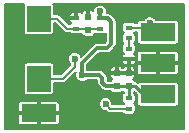
<source format=gbl>
G04 #@! TF.FileFunction,Copper,L2,Bot,Mixed*
%FSLAX46Y46*%
G04 Gerber Fmt 4.6, Leading zero omitted, Abs format (unit mm)*
G04 Created by KiCad (PCBNEW 4.0.6-e0-6349~53~ubuntu16.04.1) date Wed Apr 19 22:32:26 2017*
%MOMM*%
%LPD*%
G01*
G04 APERTURE LIST*
%ADD10C,0.100000*%
%ADD11R,2.000000X2.200000*%
%ADD12R,3.000000X1.500000*%
%ADD13R,0.500000X0.600000*%
%ADD14R,0.600000X0.400000*%
%ADD15C,0.600000*%
%ADD16C,0.203200*%
%ADD17C,0.304800*%
%ADD18C,0.254000*%
%ADD19C,0.152400*%
G04 APERTURE END LIST*
D10*
D11*
X128270000Y-122801000D03*
X128270000Y-117721000D03*
D12*
X138348500Y-124119000D03*
X138366500Y-121467500D03*
X128270000Y-125722000D03*
X138348500Y-118869000D03*
D13*
X132461000Y-118660000D03*
X132461000Y-117560000D03*
X135890000Y-122314500D03*
X135890000Y-123414500D03*
X134874000Y-122314500D03*
X134874000Y-123414500D03*
D14*
X133477000Y-117660000D03*
X133477000Y-118560000D03*
X131445000Y-118560000D03*
X131445000Y-117660000D03*
X135890000Y-124446500D03*
X135890000Y-125346500D03*
X135890000Y-119377500D03*
X135890000Y-118477500D03*
X135890000Y-121155500D03*
X135890000Y-120255500D03*
D15*
X125984000Y-125730000D03*
X139446000Y-117348000D03*
X133794500Y-121793000D03*
X131318000Y-121094500D03*
X133475000Y-117100000D03*
X131953000Y-122491500D03*
X133934200Y-124942600D03*
X137668000Y-118110000D03*
D16*
X131445000Y-118560000D02*
X130688500Y-118560000D01*
X129849500Y-117721000D02*
X128270000Y-117721000D01*
X130688500Y-118560000D02*
X129849500Y-117721000D01*
X131445000Y-118560000D02*
X132361000Y-118560000D01*
X132361000Y-118560000D02*
X132461000Y-118660000D01*
X133477000Y-118560000D02*
X132561000Y-118560000D01*
X132561000Y-118560000D02*
X132461000Y-118660000D01*
D17*
X125992000Y-125722000D02*
X125984000Y-125730000D01*
X128270000Y-125722000D02*
X125992000Y-125722000D01*
X135890000Y-121155500D02*
X135379500Y-121155500D01*
X135382000Y-117348000D02*
X139446000Y-117348000D01*
X135128000Y-117602000D02*
X135382000Y-117348000D01*
X135128000Y-120904000D02*
X135128000Y-117602000D01*
X135379500Y-121155500D02*
X135128000Y-120904000D01*
D16*
X128270000Y-122801000D02*
X130310000Y-122801000D01*
X131318000Y-121793000D02*
X131318000Y-121094500D01*
X130310000Y-122801000D02*
X131318000Y-121793000D01*
D17*
X133477000Y-117660000D02*
X133477000Y-117102000D01*
X133477000Y-117102000D02*
X133475000Y-117100000D01*
X131953000Y-122491500D02*
X131953000Y-121475500D01*
X134106500Y-117660000D02*
X133477000Y-117660000D01*
X134429500Y-117983000D02*
X134106500Y-117660000D01*
X134429500Y-119824500D02*
X134429500Y-117983000D01*
X134048500Y-120205500D02*
X134429500Y-119824500D01*
X133223000Y-120205500D02*
X134048500Y-120205500D01*
X131953000Y-121475500D02*
X133223000Y-120205500D01*
X134874000Y-123414500D02*
X133955500Y-123414500D01*
X133413500Y-122491500D02*
X133350000Y-122491500D01*
X133350000Y-122491500D02*
X131953000Y-122491500D01*
X133667500Y-122745500D02*
X133413500Y-122491500D01*
X133667500Y-123126500D02*
X133667500Y-122745500D01*
X133955500Y-123414500D02*
X133667500Y-123126500D01*
D18*
X135890000Y-123414500D02*
X135890000Y-124446500D01*
X135890000Y-123414500D02*
X134874000Y-123414500D01*
X138348500Y-124119000D02*
X137136500Y-124119000D01*
X137136500Y-124119000D02*
X136432000Y-123414500D01*
X136432000Y-123414500D02*
X135890000Y-123414500D01*
D16*
X135890000Y-125346500D02*
X134338100Y-125346500D01*
X134338100Y-125346500D02*
X133934200Y-124942600D01*
X137668000Y-118110000D02*
X138348500Y-118790500D01*
X138348500Y-118790500D02*
X138348500Y-118869000D01*
X135890000Y-118477500D02*
X137957000Y-118477500D01*
X137957000Y-118477500D02*
X138348500Y-118869000D01*
X135890000Y-119377500D02*
X135890000Y-120255500D01*
D19*
G36*
X127007571Y-116510168D02*
X126985127Y-116621000D01*
X126985127Y-118821000D01*
X127004609Y-118924539D01*
X127065801Y-119019634D01*
X127159168Y-119083429D01*
X127270000Y-119105873D01*
X129270000Y-119105873D01*
X129373539Y-119086391D01*
X129468634Y-119025199D01*
X129532429Y-118931832D01*
X129554873Y-118821000D01*
X129554873Y-118102000D01*
X129691684Y-118102000D01*
X130419092Y-118829408D01*
X130542697Y-118911998D01*
X130688500Y-118941000D01*
X130929454Y-118941000D01*
X130940801Y-118958634D01*
X131034168Y-119022429D01*
X131145000Y-119044873D01*
X131745000Y-119044873D01*
X131848539Y-119025391D01*
X131928723Y-118973794D01*
X131945609Y-119063539D01*
X132006801Y-119158634D01*
X132100168Y-119222429D01*
X132211000Y-119244873D01*
X132711000Y-119244873D01*
X132814539Y-119225391D01*
X132909634Y-119164199D01*
X132973429Y-119070832D01*
X132993312Y-118972648D01*
X133066168Y-119022429D01*
X133177000Y-119044873D01*
X133777000Y-119044873D01*
X133880539Y-119025391D01*
X133975634Y-118964199D01*
X133997700Y-118931904D01*
X133997700Y-119645643D01*
X133869642Y-119773700D01*
X133223000Y-119773700D01*
X133057757Y-119806569D01*
X132917671Y-119900171D01*
X131880129Y-120937713D01*
X131809478Y-120766725D01*
X131646632Y-120603595D01*
X131433755Y-120515201D01*
X131203256Y-120515000D01*
X130990225Y-120603022D01*
X130827095Y-120765868D01*
X130738701Y-120978745D01*
X130738500Y-121209244D01*
X130826522Y-121422275D01*
X130937000Y-121532946D01*
X130937000Y-121635185D01*
X130152184Y-122420000D01*
X129554873Y-122420000D01*
X129554873Y-121701000D01*
X129535391Y-121597461D01*
X129474199Y-121502366D01*
X129380832Y-121438571D01*
X129270000Y-121416127D01*
X127270000Y-121416127D01*
X127166461Y-121435609D01*
X127071366Y-121496801D01*
X127007571Y-121590168D01*
X126985127Y-121701000D01*
X126985127Y-123901000D01*
X127004609Y-124004539D01*
X127065801Y-124099634D01*
X127159168Y-124163429D01*
X127270000Y-124185873D01*
X129270000Y-124185873D01*
X129373539Y-124166391D01*
X129468634Y-124105199D01*
X129532429Y-124011832D01*
X129554873Y-123901000D01*
X129554873Y-123182000D01*
X130310000Y-123182000D01*
X130455803Y-123152998D01*
X130579408Y-123070408D01*
X131444448Y-122205367D01*
X131373701Y-122375745D01*
X131373500Y-122606244D01*
X131461522Y-122819275D01*
X131624368Y-122982405D01*
X131837245Y-123070799D01*
X132067744Y-123071000D01*
X132280775Y-122982978D01*
X132340557Y-122923300D01*
X133234642Y-122923300D01*
X133235700Y-122924358D01*
X133235700Y-123126500D01*
X133268569Y-123291743D01*
X133350592Y-123414500D01*
X133362171Y-123431829D01*
X133650169Y-123719826D01*
X133650171Y-123719829D01*
X133685650Y-123743535D01*
X133790258Y-123813432D01*
X133955500Y-123846301D01*
X133955505Y-123846300D01*
X134376794Y-123846300D01*
X134419801Y-123913134D01*
X134513168Y-123976929D01*
X134624000Y-123999373D01*
X135124000Y-123999373D01*
X135227539Y-123979891D01*
X135322634Y-123918699D01*
X135382759Y-123830704D01*
X135435801Y-123913134D01*
X135483600Y-123945794D01*
X135483600Y-123982950D01*
X135391366Y-124042301D01*
X135327571Y-124135668D01*
X135305127Y-124246500D01*
X135305127Y-124646500D01*
X135324609Y-124750039D01*
X135385801Y-124845134D01*
X135461737Y-124897019D01*
X135391366Y-124942301D01*
X135375515Y-124965500D01*
X134513580Y-124965500D01*
X134513700Y-124827856D01*
X134425678Y-124614825D01*
X134262832Y-124451695D01*
X134049955Y-124363301D01*
X133819456Y-124363100D01*
X133606425Y-124451122D01*
X133443295Y-124613968D01*
X133354901Y-124826845D01*
X133354700Y-125057344D01*
X133442722Y-125270375D01*
X133605568Y-125433505D01*
X133818445Y-125521899D01*
X133974819Y-125522035D01*
X134068692Y-125615908D01*
X134192298Y-125698498D01*
X134338100Y-125727501D01*
X134338105Y-125727500D01*
X135374454Y-125727500D01*
X135385801Y-125745134D01*
X135479168Y-125808929D01*
X135590000Y-125831373D01*
X136190000Y-125831373D01*
X136293539Y-125811891D01*
X136388634Y-125750699D01*
X136452429Y-125657332D01*
X136474873Y-125546500D01*
X136474873Y-125146500D01*
X136455391Y-125042961D01*
X136394199Y-124947866D01*
X136318263Y-124895981D01*
X136388634Y-124850699D01*
X136452429Y-124757332D01*
X136474873Y-124646500D01*
X136474873Y-124246500D01*
X136455391Y-124142961D01*
X136394199Y-124047866D01*
X136300832Y-123984071D01*
X136296400Y-123983173D01*
X136296400Y-123945876D01*
X136338634Y-123918699D01*
X136347901Y-123905137D01*
X136563627Y-124120864D01*
X136563627Y-124869000D01*
X136583109Y-124972539D01*
X136644301Y-125067634D01*
X136737668Y-125131429D01*
X136848500Y-125153873D01*
X139848500Y-125153873D01*
X139952039Y-125134391D01*
X140047134Y-125073199D01*
X140110929Y-124979832D01*
X140133373Y-124869000D01*
X140133373Y-123369000D01*
X140113891Y-123265461D01*
X140052699Y-123170366D01*
X139959332Y-123106571D01*
X139848500Y-123084127D01*
X136848500Y-123084127D01*
X136744961Y-123103609D01*
X136713990Y-123123538D01*
X136692488Y-123109171D01*
X136587523Y-123039035D01*
X136432000Y-123008100D01*
X136403550Y-123008100D01*
X136344199Y-122915866D01*
X136268091Y-122863863D01*
X136298267Y-122851364D01*
X136376864Y-122772767D01*
X136419400Y-122670076D01*
X136419400Y-122460550D01*
X136349550Y-122390700D01*
X135966200Y-122390700D01*
X135966200Y-122410700D01*
X135813800Y-122410700D01*
X135813800Y-122390700D01*
X135430450Y-122390700D01*
X135382000Y-122439150D01*
X135333550Y-122390700D01*
X134950200Y-122390700D01*
X134950200Y-122410700D01*
X134797800Y-122410700D01*
X134797800Y-122390700D01*
X134414450Y-122390700D01*
X134344600Y-122460550D01*
X134344600Y-122670076D01*
X134387136Y-122772767D01*
X134465733Y-122851364D01*
X134496897Y-122864272D01*
X134425366Y-122910301D01*
X134375898Y-122982700D01*
X134134357Y-122982700D01*
X134099300Y-122947642D01*
X134099300Y-122745500D01*
X134066431Y-122580257D01*
X133972829Y-122440171D01*
X133718829Y-122186171D01*
X133700614Y-122174000D01*
X133578743Y-122092569D01*
X133413500Y-122059700D01*
X132384800Y-122059700D01*
X132384800Y-121958924D01*
X134344600Y-121958924D01*
X134344600Y-122168450D01*
X134414450Y-122238300D01*
X134797800Y-122238300D01*
X134797800Y-121804950D01*
X134950200Y-121804950D01*
X134950200Y-122238300D01*
X135333550Y-122238300D01*
X135382000Y-122189850D01*
X135430450Y-122238300D01*
X135813800Y-122238300D01*
X135813800Y-121804950D01*
X135966200Y-121804950D01*
X135966200Y-122238300D01*
X136349550Y-122238300D01*
X136419400Y-122168450D01*
X136419400Y-121958924D01*
X136376864Y-121856233D01*
X136298267Y-121777636D01*
X136195576Y-121735100D01*
X136036050Y-121735100D01*
X135966200Y-121804950D01*
X135813800Y-121804950D01*
X135743950Y-121735100D01*
X135584424Y-121735100D01*
X135481733Y-121777636D01*
X135403136Y-121856233D01*
X135382000Y-121907260D01*
X135360864Y-121856233D01*
X135282267Y-121777636D01*
X135179576Y-121735100D01*
X135020050Y-121735100D01*
X134950200Y-121804950D01*
X134797800Y-121804950D01*
X134727950Y-121735100D01*
X134568424Y-121735100D01*
X134465733Y-121777636D01*
X134387136Y-121856233D01*
X134344600Y-121958924D01*
X132384800Y-121958924D01*
X132384800Y-121654358D01*
X132737608Y-121301550D01*
X135310600Y-121301550D01*
X135310600Y-121411076D01*
X135353136Y-121513767D01*
X135431733Y-121592364D01*
X135534424Y-121634900D01*
X135743950Y-121634900D01*
X135813800Y-121565050D01*
X135813800Y-121231700D01*
X135966200Y-121231700D01*
X135966200Y-121565050D01*
X136036050Y-121634900D01*
X136245576Y-121634900D01*
X136297119Y-121613550D01*
X136587100Y-121613550D01*
X136587100Y-122273076D01*
X136629636Y-122375767D01*
X136708233Y-122454364D01*
X136810924Y-122496900D01*
X138220450Y-122496900D01*
X138290300Y-122427050D01*
X138290300Y-121543700D01*
X138442700Y-121543700D01*
X138442700Y-122427050D01*
X138512550Y-122496900D01*
X139922076Y-122496900D01*
X140024767Y-122454364D01*
X140103364Y-122375767D01*
X140145900Y-122273076D01*
X140145900Y-121613550D01*
X140076050Y-121543700D01*
X138442700Y-121543700D01*
X138290300Y-121543700D01*
X136656950Y-121543700D01*
X136587100Y-121613550D01*
X136297119Y-121613550D01*
X136348267Y-121592364D01*
X136426864Y-121513767D01*
X136469400Y-121411076D01*
X136469400Y-121301550D01*
X136399550Y-121231700D01*
X135966200Y-121231700D01*
X135813800Y-121231700D01*
X135380450Y-121231700D01*
X135310600Y-121301550D01*
X132737608Y-121301550D01*
X133401858Y-120637300D01*
X134048500Y-120637300D01*
X134213743Y-120604431D01*
X134353829Y-120510829D01*
X134734826Y-120129831D01*
X134734829Y-120129829D01*
X134828431Y-119989743D01*
X134861300Y-119824500D01*
X134861300Y-118277500D01*
X135305127Y-118277500D01*
X135305127Y-118677500D01*
X135324609Y-118781039D01*
X135385801Y-118876134D01*
X135461737Y-118928019D01*
X135391366Y-118973301D01*
X135327571Y-119066668D01*
X135305127Y-119177500D01*
X135305127Y-119577500D01*
X135324609Y-119681039D01*
X135385801Y-119776134D01*
X135445155Y-119816689D01*
X135391366Y-119851301D01*
X135327571Y-119944668D01*
X135305127Y-120055500D01*
X135305127Y-120455500D01*
X135324609Y-120559039D01*
X135385801Y-120654134D01*
X135461909Y-120706137D01*
X135431733Y-120718636D01*
X135353136Y-120797233D01*
X135310600Y-120899924D01*
X135310600Y-121009450D01*
X135380450Y-121079300D01*
X135813800Y-121079300D01*
X135813800Y-121059300D01*
X135966200Y-121059300D01*
X135966200Y-121079300D01*
X136399550Y-121079300D01*
X136469400Y-121009450D01*
X136469400Y-120899924D01*
X136426864Y-120797233D01*
X136348267Y-120718636D01*
X136317103Y-120705728D01*
X136385176Y-120661924D01*
X136587100Y-120661924D01*
X136587100Y-121321450D01*
X136656950Y-121391300D01*
X138290300Y-121391300D01*
X138290300Y-120507950D01*
X138442700Y-120507950D01*
X138442700Y-121391300D01*
X140076050Y-121391300D01*
X140145900Y-121321450D01*
X140145900Y-120661924D01*
X140103364Y-120559233D01*
X140024767Y-120480636D01*
X139922076Y-120438100D01*
X138512550Y-120438100D01*
X138442700Y-120507950D01*
X138290300Y-120507950D01*
X138220450Y-120438100D01*
X136810924Y-120438100D01*
X136708233Y-120480636D01*
X136629636Y-120559233D01*
X136587100Y-120661924D01*
X136385176Y-120661924D01*
X136388634Y-120659699D01*
X136452429Y-120566332D01*
X136474873Y-120455500D01*
X136474873Y-120055500D01*
X136455391Y-119951961D01*
X136394199Y-119856866D01*
X136334845Y-119816311D01*
X136388634Y-119781699D01*
X136452429Y-119688332D01*
X136474873Y-119577500D01*
X136474873Y-119177500D01*
X136455391Y-119073961D01*
X136394199Y-118978866D01*
X136318263Y-118926981D01*
X136388634Y-118881699D01*
X136404485Y-118858500D01*
X136563627Y-118858500D01*
X136563627Y-119619000D01*
X136583109Y-119722539D01*
X136644301Y-119817634D01*
X136737668Y-119881429D01*
X136848500Y-119903873D01*
X139848500Y-119903873D01*
X139952039Y-119884391D01*
X140047134Y-119823199D01*
X140110929Y-119729832D01*
X140133373Y-119619000D01*
X140133373Y-118119000D01*
X140113891Y-118015461D01*
X140052699Y-117920366D01*
X139959332Y-117856571D01*
X139848500Y-117834127D01*
X138180923Y-117834127D01*
X138159478Y-117782225D01*
X137996632Y-117619095D01*
X137783755Y-117530701D01*
X137553256Y-117530500D01*
X137340225Y-117618522D01*
X137177095Y-117781368D01*
X137155188Y-117834127D01*
X136848500Y-117834127D01*
X136744961Y-117853609D01*
X136649866Y-117914801D01*
X136586071Y-118008168D01*
X136568183Y-118096500D01*
X136405546Y-118096500D01*
X136394199Y-118078866D01*
X136300832Y-118015071D01*
X136190000Y-117992627D01*
X135590000Y-117992627D01*
X135486461Y-118012109D01*
X135391366Y-118073301D01*
X135327571Y-118166668D01*
X135305127Y-118277500D01*
X134861300Y-118277500D01*
X134861300Y-117983000D01*
X134828431Y-117817757D01*
X134734829Y-117677671D01*
X134411829Y-117354671D01*
X134332601Y-117301733D01*
X134271743Y-117261069D01*
X134106500Y-117228200D01*
X134049131Y-117228200D01*
X134054299Y-117215755D01*
X134054500Y-116985256D01*
X133966478Y-116772225D01*
X133803632Y-116609095D01*
X133590755Y-116520701D01*
X133360256Y-116520500D01*
X133147225Y-116608522D01*
X132984095Y-116771368D01*
X132895701Y-116984245D01*
X132895644Y-117049513D01*
X132869267Y-117023136D01*
X132766576Y-116980600D01*
X132607050Y-116980600D01*
X132537200Y-117050450D01*
X132537200Y-117483800D01*
X132557200Y-117483800D01*
X132557200Y-117636200D01*
X132537200Y-117636200D01*
X132537200Y-117656200D01*
X132384800Y-117656200D01*
X132384800Y-117636200D01*
X132364800Y-117636200D01*
X132364800Y-117483800D01*
X132384800Y-117483800D01*
X132384800Y-117050450D01*
X132314950Y-116980600D01*
X132155424Y-116980600D01*
X132052733Y-117023136D01*
X131974136Y-117101733D01*
X131931600Y-117204424D01*
X131931600Y-117251469D01*
X131903267Y-117223136D01*
X131800576Y-117180600D01*
X131591050Y-117180600D01*
X131521200Y-117250450D01*
X131521200Y-117583800D01*
X131541200Y-117583800D01*
X131541200Y-117736200D01*
X131521200Y-117736200D01*
X131521200Y-117756200D01*
X131368800Y-117756200D01*
X131368800Y-117736200D01*
X130935450Y-117736200D01*
X130865600Y-117806050D01*
X130865600Y-117915576D01*
X130908136Y-118018267D01*
X130986733Y-118096864D01*
X131017897Y-118109772D01*
X130946366Y-118155801D01*
X130930515Y-118179000D01*
X130846316Y-118179000D01*
X130118908Y-117451592D01*
X130048316Y-117404424D01*
X130865600Y-117404424D01*
X130865600Y-117513950D01*
X130935450Y-117583800D01*
X131368800Y-117583800D01*
X131368800Y-117250450D01*
X131298950Y-117180600D01*
X131089424Y-117180600D01*
X130986733Y-117223136D01*
X130908136Y-117301733D01*
X130865600Y-117404424D01*
X130048316Y-117404424D01*
X129995303Y-117369002D01*
X129849500Y-117340000D01*
X129554873Y-117340000D01*
X129554873Y-116621000D01*
X129535391Y-116517461D01*
X129492753Y-116451200D01*
X140548800Y-116451200D01*
X140548800Y-127048800D01*
X125451200Y-127048800D01*
X125451200Y-125868050D01*
X126490600Y-125868050D01*
X126490600Y-126527576D01*
X126533136Y-126630267D01*
X126611733Y-126708864D01*
X126714424Y-126751400D01*
X128123950Y-126751400D01*
X128193800Y-126681550D01*
X128193800Y-125798200D01*
X128346200Y-125798200D01*
X128346200Y-126681550D01*
X128416050Y-126751400D01*
X129825576Y-126751400D01*
X129928267Y-126708864D01*
X130006864Y-126630267D01*
X130049400Y-126527576D01*
X130049400Y-125868050D01*
X129979550Y-125798200D01*
X128346200Y-125798200D01*
X128193800Y-125798200D01*
X126560450Y-125798200D01*
X126490600Y-125868050D01*
X125451200Y-125868050D01*
X125451200Y-124916424D01*
X126490600Y-124916424D01*
X126490600Y-125575950D01*
X126560450Y-125645800D01*
X128193800Y-125645800D01*
X128193800Y-124762450D01*
X128346200Y-124762450D01*
X128346200Y-125645800D01*
X129979550Y-125645800D01*
X130049400Y-125575950D01*
X130049400Y-124916424D01*
X130006864Y-124813733D01*
X129928267Y-124735136D01*
X129825576Y-124692600D01*
X128416050Y-124692600D01*
X128346200Y-124762450D01*
X128193800Y-124762450D01*
X128123950Y-124692600D01*
X126714424Y-124692600D01*
X126611733Y-124735136D01*
X126533136Y-124813733D01*
X126490600Y-124916424D01*
X125451200Y-124916424D01*
X125451200Y-116451200D01*
X127047862Y-116451200D01*
X127007571Y-116510168D01*
X127007571Y-116510168D01*
G37*
X127007571Y-116510168D02*
X126985127Y-116621000D01*
X126985127Y-118821000D01*
X127004609Y-118924539D01*
X127065801Y-119019634D01*
X127159168Y-119083429D01*
X127270000Y-119105873D01*
X129270000Y-119105873D01*
X129373539Y-119086391D01*
X129468634Y-119025199D01*
X129532429Y-118931832D01*
X129554873Y-118821000D01*
X129554873Y-118102000D01*
X129691684Y-118102000D01*
X130419092Y-118829408D01*
X130542697Y-118911998D01*
X130688500Y-118941000D01*
X130929454Y-118941000D01*
X130940801Y-118958634D01*
X131034168Y-119022429D01*
X131145000Y-119044873D01*
X131745000Y-119044873D01*
X131848539Y-119025391D01*
X131928723Y-118973794D01*
X131945609Y-119063539D01*
X132006801Y-119158634D01*
X132100168Y-119222429D01*
X132211000Y-119244873D01*
X132711000Y-119244873D01*
X132814539Y-119225391D01*
X132909634Y-119164199D01*
X132973429Y-119070832D01*
X132993312Y-118972648D01*
X133066168Y-119022429D01*
X133177000Y-119044873D01*
X133777000Y-119044873D01*
X133880539Y-119025391D01*
X133975634Y-118964199D01*
X133997700Y-118931904D01*
X133997700Y-119645643D01*
X133869642Y-119773700D01*
X133223000Y-119773700D01*
X133057757Y-119806569D01*
X132917671Y-119900171D01*
X131880129Y-120937713D01*
X131809478Y-120766725D01*
X131646632Y-120603595D01*
X131433755Y-120515201D01*
X131203256Y-120515000D01*
X130990225Y-120603022D01*
X130827095Y-120765868D01*
X130738701Y-120978745D01*
X130738500Y-121209244D01*
X130826522Y-121422275D01*
X130937000Y-121532946D01*
X130937000Y-121635185D01*
X130152184Y-122420000D01*
X129554873Y-122420000D01*
X129554873Y-121701000D01*
X129535391Y-121597461D01*
X129474199Y-121502366D01*
X129380832Y-121438571D01*
X129270000Y-121416127D01*
X127270000Y-121416127D01*
X127166461Y-121435609D01*
X127071366Y-121496801D01*
X127007571Y-121590168D01*
X126985127Y-121701000D01*
X126985127Y-123901000D01*
X127004609Y-124004539D01*
X127065801Y-124099634D01*
X127159168Y-124163429D01*
X127270000Y-124185873D01*
X129270000Y-124185873D01*
X129373539Y-124166391D01*
X129468634Y-124105199D01*
X129532429Y-124011832D01*
X129554873Y-123901000D01*
X129554873Y-123182000D01*
X130310000Y-123182000D01*
X130455803Y-123152998D01*
X130579408Y-123070408D01*
X131444448Y-122205367D01*
X131373701Y-122375745D01*
X131373500Y-122606244D01*
X131461522Y-122819275D01*
X131624368Y-122982405D01*
X131837245Y-123070799D01*
X132067744Y-123071000D01*
X132280775Y-122982978D01*
X132340557Y-122923300D01*
X133234642Y-122923300D01*
X133235700Y-122924358D01*
X133235700Y-123126500D01*
X133268569Y-123291743D01*
X133350592Y-123414500D01*
X133362171Y-123431829D01*
X133650169Y-123719826D01*
X133650171Y-123719829D01*
X133685650Y-123743535D01*
X133790258Y-123813432D01*
X133955500Y-123846301D01*
X133955505Y-123846300D01*
X134376794Y-123846300D01*
X134419801Y-123913134D01*
X134513168Y-123976929D01*
X134624000Y-123999373D01*
X135124000Y-123999373D01*
X135227539Y-123979891D01*
X135322634Y-123918699D01*
X135382759Y-123830704D01*
X135435801Y-123913134D01*
X135483600Y-123945794D01*
X135483600Y-123982950D01*
X135391366Y-124042301D01*
X135327571Y-124135668D01*
X135305127Y-124246500D01*
X135305127Y-124646500D01*
X135324609Y-124750039D01*
X135385801Y-124845134D01*
X135461737Y-124897019D01*
X135391366Y-124942301D01*
X135375515Y-124965500D01*
X134513580Y-124965500D01*
X134513700Y-124827856D01*
X134425678Y-124614825D01*
X134262832Y-124451695D01*
X134049955Y-124363301D01*
X133819456Y-124363100D01*
X133606425Y-124451122D01*
X133443295Y-124613968D01*
X133354901Y-124826845D01*
X133354700Y-125057344D01*
X133442722Y-125270375D01*
X133605568Y-125433505D01*
X133818445Y-125521899D01*
X133974819Y-125522035D01*
X134068692Y-125615908D01*
X134192298Y-125698498D01*
X134338100Y-125727501D01*
X134338105Y-125727500D01*
X135374454Y-125727500D01*
X135385801Y-125745134D01*
X135479168Y-125808929D01*
X135590000Y-125831373D01*
X136190000Y-125831373D01*
X136293539Y-125811891D01*
X136388634Y-125750699D01*
X136452429Y-125657332D01*
X136474873Y-125546500D01*
X136474873Y-125146500D01*
X136455391Y-125042961D01*
X136394199Y-124947866D01*
X136318263Y-124895981D01*
X136388634Y-124850699D01*
X136452429Y-124757332D01*
X136474873Y-124646500D01*
X136474873Y-124246500D01*
X136455391Y-124142961D01*
X136394199Y-124047866D01*
X136300832Y-123984071D01*
X136296400Y-123983173D01*
X136296400Y-123945876D01*
X136338634Y-123918699D01*
X136347901Y-123905137D01*
X136563627Y-124120864D01*
X136563627Y-124869000D01*
X136583109Y-124972539D01*
X136644301Y-125067634D01*
X136737668Y-125131429D01*
X136848500Y-125153873D01*
X139848500Y-125153873D01*
X139952039Y-125134391D01*
X140047134Y-125073199D01*
X140110929Y-124979832D01*
X140133373Y-124869000D01*
X140133373Y-123369000D01*
X140113891Y-123265461D01*
X140052699Y-123170366D01*
X139959332Y-123106571D01*
X139848500Y-123084127D01*
X136848500Y-123084127D01*
X136744961Y-123103609D01*
X136713990Y-123123538D01*
X136692488Y-123109171D01*
X136587523Y-123039035D01*
X136432000Y-123008100D01*
X136403550Y-123008100D01*
X136344199Y-122915866D01*
X136268091Y-122863863D01*
X136298267Y-122851364D01*
X136376864Y-122772767D01*
X136419400Y-122670076D01*
X136419400Y-122460550D01*
X136349550Y-122390700D01*
X135966200Y-122390700D01*
X135966200Y-122410700D01*
X135813800Y-122410700D01*
X135813800Y-122390700D01*
X135430450Y-122390700D01*
X135382000Y-122439150D01*
X135333550Y-122390700D01*
X134950200Y-122390700D01*
X134950200Y-122410700D01*
X134797800Y-122410700D01*
X134797800Y-122390700D01*
X134414450Y-122390700D01*
X134344600Y-122460550D01*
X134344600Y-122670076D01*
X134387136Y-122772767D01*
X134465733Y-122851364D01*
X134496897Y-122864272D01*
X134425366Y-122910301D01*
X134375898Y-122982700D01*
X134134357Y-122982700D01*
X134099300Y-122947642D01*
X134099300Y-122745500D01*
X134066431Y-122580257D01*
X133972829Y-122440171D01*
X133718829Y-122186171D01*
X133700614Y-122174000D01*
X133578743Y-122092569D01*
X133413500Y-122059700D01*
X132384800Y-122059700D01*
X132384800Y-121958924D01*
X134344600Y-121958924D01*
X134344600Y-122168450D01*
X134414450Y-122238300D01*
X134797800Y-122238300D01*
X134797800Y-121804950D01*
X134950200Y-121804950D01*
X134950200Y-122238300D01*
X135333550Y-122238300D01*
X135382000Y-122189850D01*
X135430450Y-122238300D01*
X135813800Y-122238300D01*
X135813800Y-121804950D01*
X135966200Y-121804950D01*
X135966200Y-122238300D01*
X136349550Y-122238300D01*
X136419400Y-122168450D01*
X136419400Y-121958924D01*
X136376864Y-121856233D01*
X136298267Y-121777636D01*
X136195576Y-121735100D01*
X136036050Y-121735100D01*
X135966200Y-121804950D01*
X135813800Y-121804950D01*
X135743950Y-121735100D01*
X135584424Y-121735100D01*
X135481733Y-121777636D01*
X135403136Y-121856233D01*
X135382000Y-121907260D01*
X135360864Y-121856233D01*
X135282267Y-121777636D01*
X135179576Y-121735100D01*
X135020050Y-121735100D01*
X134950200Y-121804950D01*
X134797800Y-121804950D01*
X134727950Y-121735100D01*
X134568424Y-121735100D01*
X134465733Y-121777636D01*
X134387136Y-121856233D01*
X134344600Y-121958924D01*
X132384800Y-121958924D01*
X132384800Y-121654358D01*
X132737608Y-121301550D01*
X135310600Y-121301550D01*
X135310600Y-121411076D01*
X135353136Y-121513767D01*
X135431733Y-121592364D01*
X135534424Y-121634900D01*
X135743950Y-121634900D01*
X135813800Y-121565050D01*
X135813800Y-121231700D01*
X135966200Y-121231700D01*
X135966200Y-121565050D01*
X136036050Y-121634900D01*
X136245576Y-121634900D01*
X136297119Y-121613550D01*
X136587100Y-121613550D01*
X136587100Y-122273076D01*
X136629636Y-122375767D01*
X136708233Y-122454364D01*
X136810924Y-122496900D01*
X138220450Y-122496900D01*
X138290300Y-122427050D01*
X138290300Y-121543700D01*
X138442700Y-121543700D01*
X138442700Y-122427050D01*
X138512550Y-122496900D01*
X139922076Y-122496900D01*
X140024767Y-122454364D01*
X140103364Y-122375767D01*
X140145900Y-122273076D01*
X140145900Y-121613550D01*
X140076050Y-121543700D01*
X138442700Y-121543700D01*
X138290300Y-121543700D01*
X136656950Y-121543700D01*
X136587100Y-121613550D01*
X136297119Y-121613550D01*
X136348267Y-121592364D01*
X136426864Y-121513767D01*
X136469400Y-121411076D01*
X136469400Y-121301550D01*
X136399550Y-121231700D01*
X135966200Y-121231700D01*
X135813800Y-121231700D01*
X135380450Y-121231700D01*
X135310600Y-121301550D01*
X132737608Y-121301550D01*
X133401858Y-120637300D01*
X134048500Y-120637300D01*
X134213743Y-120604431D01*
X134353829Y-120510829D01*
X134734826Y-120129831D01*
X134734829Y-120129829D01*
X134828431Y-119989743D01*
X134861300Y-119824500D01*
X134861300Y-118277500D01*
X135305127Y-118277500D01*
X135305127Y-118677500D01*
X135324609Y-118781039D01*
X135385801Y-118876134D01*
X135461737Y-118928019D01*
X135391366Y-118973301D01*
X135327571Y-119066668D01*
X135305127Y-119177500D01*
X135305127Y-119577500D01*
X135324609Y-119681039D01*
X135385801Y-119776134D01*
X135445155Y-119816689D01*
X135391366Y-119851301D01*
X135327571Y-119944668D01*
X135305127Y-120055500D01*
X135305127Y-120455500D01*
X135324609Y-120559039D01*
X135385801Y-120654134D01*
X135461909Y-120706137D01*
X135431733Y-120718636D01*
X135353136Y-120797233D01*
X135310600Y-120899924D01*
X135310600Y-121009450D01*
X135380450Y-121079300D01*
X135813800Y-121079300D01*
X135813800Y-121059300D01*
X135966200Y-121059300D01*
X135966200Y-121079300D01*
X136399550Y-121079300D01*
X136469400Y-121009450D01*
X136469400Y-120899924D01*
X136426864Y-120797233D01*
X136348267Y-120718636D01*
X136317103Y-120705728D01*
X136385176Y-120661924D01*
X136587100Y-120661924D01*
X136587100Y-121321450D01*
X136656950Y-121391300D01*
X138290300Y-121391300D01*
X138290300Y-120507950D01*
X138442700Y-120507950D01*
X138442700Y-121391300D01*
X140076050Y-121391300D01*
X140145900Y-121321450D01*
X140145900Y-120661924D01*
X140103364Y-120559233D01*
X140024767Y-120480636D01*
X139922076Y-120438100D01*
X138512550Y-120438100D01*
X138442700Y-120507950D01*
X138290300Y-120507950D01*
X138220450Y-120438100D01*
X136810924Y-120438100D01*
X136708233Y-120480636D01*
X136629636Y-120559233D01*
X136587100Y-120661924D01*
X136385176Y-120661924D01*
X136388634Y-120659699D01*
X136452429Y-120566332D01*
X136474873Y-120455500D01*
X136474873Y-120055500D01*
X136455391Y-119951961D01*
X136394199Y-119856866D01*
X136334845Y-119816311D01*
X136388634Y-119781699D01*
X136452429Y-119688332D01*
X136474873Y-119577500D01*
X136474873Y-119177500D01*
X136455391Y-119073961D01*
X136394199Y-118978866D01*
X136318263Y-118926981D01*
X136388634Y-118881699D01*
X136404485Y-118858500D01*
X136563627Y-118858500D01*
X136563627Y-119619000D01*
X136583109Y-119722539D01*
X136644301Y-119817634D01*
X136737668Y-119881429D01*
X136848500Y-119903873D01*
X139848500Y-119903873D01*
X139952039Y-119884391D01*
X140047134Y-119823199D01*
X140110929Y-119729832D01*
X140133373Y-119619000D01*
X140133373Y-118119000D01*
X140113891Y-118015461D01*
X140052699Y-117920366D01*
X139959332Y-117856571D01*
X139848500Y-117834127D01*
X138180923Y-117834127D01*
X138159478Y-117782225D01*
X137996632Y-117619095D01*
X137783755Y-117530701D01*
X137553256Y-117530500D01*
X137340225Y-117618522D01*
X137177095Y-117781368D01*
X137155188Y-117834127D01*
X136848500Y-117834127D01*
X136744961Y-117853609D01*
X136649866Y-117914801D01*
X136586071Y-118008168D01*
X136568183Y-118096500D01*
X136405546Y-118096500D01*
X136394199Y-118078866D01*
X136300832Y-118015071D01*
X136190000Y-117992627D01*
X135590000Y-117992627D01*
X135486461Y-118012109D01*
X135391366Y-118073301D01*
X135327571Y-118166668D01*
X135305127Y-118277500D01*
X134861300Y-118277500D01*
X134861300Y-117983000D01*
X134828431Y-117817757D01*
X134734829Y-117677671D01*
X134411829Y-117354671D01*
X134332601Y-117301733D01*
X134271743Y-117261069D01*
X134106500Y-117228200D01*
X134049131Y-117228200D01*
X134054299Y-117215755D01*
X134054500Y-116985256D01*
X133966478Y-116772225D01*
X133803632Y-116609095D01*
X133590755Y-116520701D01*
X133360256Y-116520500D01*
X133147225Y-116608522D01*
X132984095Y-116771368D01*
X132895701Y-116984245D01*
X132895644Y-117049513D01*
X132869267Y-117023136D01*
X132766576Y-116980600D01*
X132607050Y-116980600D01*
X132537200Y-117050450D01*
X132537200Y-117483800D01*
X132557200Y-117483800D01*
X132557200Y-117636200D01*
X132537200Y-117636200D01*
X132537200Y-117656200D01*
X132384800Y-117656200D01*
X132384800Y-117636200D01*
X132364800Y-117636200D01*
X132364800Y-117483800D01*
X132384800Y-117483800D01*
X132384800Y-117050450D01*
X132314950Y-116980600D01*
X132155424Y-116980600D01*
X132052733Y-117023136D01*
X131974136Y-117101733D01*
X131931600Y-117204424D01*
X131931600Y-117251469D01*
X131903267Y-117223136D01*
X131800576Y-117180600D01*
X131591050Y-117180600D01*
X131521200Y-117250450D01*
X131521200Y-117583800D01*
X131541200Y-117583800D01*
X131541200Y-117736200D01*
X131521200Y-117736200D01*
X131521200Y-117756200D01*
X131368800Y-117756200D01*
X131368800Y-117736200D01*
X130935450Y-117736200D01*
X130865600Y-117806050D01*
X130865600Y-117915576D01*
X130908136Y-118018267D01*
X130986733Y-118096864D01*
X131017897Y-118109772D01*
X130946366Y-118155801D01*
X130930515Y-118179000D01*
X130846316Y-118179000D01*
X130118908Y-117451592D01*
X130048316Y-117404424D01*
X130865600Y-117404424D01*
X130865600Y-117513950D01*
X130935450Y-117583800D01*
X131368800Y-117583800D01*
X131368800Y-117250450D01*
X131298950Y-117180600D01*
X131089424Y-117180600D01*
X130986733Y-117223136D01*
X130908136Y-117301733D01*
X130865600Y-117404424D01*
X130048316Y-117404424D01*
X129995303Y-117369002D01*
X129849500Y-117340000D01*
X129554873Y-117340000D01*
X129554873Y-116621000D01*
X129535391Y-116517461D01*
X129492753Y-116451200D01*
X140548800Y-116451200D01*
X140548800Y-127048800D01*
X125451200Y-127048800D01*
X125451200Y-125868050D01*
X126490600Y-125868050D01*
X126490600Y-126527576D01*
X126533136Y-126630267D01*
X126611733Y-126708864D01*
X126714424Y-126751400D01*
X128123950Y-126751400D01*
X128193800Y-126681550D01*
X128193800Y-125798200D01*
X128346200Y-125798200D01*
X128346200Y-126681550D01*
X128416050Y-126751400D01*
X129825576Y-126751400D01*
X129928267Y-126708864D01*
X130006864Y-126630267D01*
X130049400Y-126527576D01*
X130049400Y-125868050D01*
X129979550Y-125798200D01*
X128346200Y-125798200D01*
X128193800Y-125798200D01*
X126560450Y-125798200D01*
X126490600Y-125868050D01*
X125451200Y-125868050D01*
X125451200Y-124916424D01*
X126490600Y-124916424D01*
X126490600Y-125575950D01*
X126560450Y-125645800D01*
X128193800Y-125645800D01*
X128193800Y-124762450D01*
X128346200Y-124762450D01*
X128346200Y-125645800D01*
X129979550Y-125645800D01*
X130049400Y-125575950D01*
X130049400Y-124916424D01*
X130006864Y-124813733D01*
X129928267Y-124735136D01*
X129825576Y-124692600D01*
X128416050Y-124692600D01*
X128346200Y-124762450D01*
X128193800Y-124762450D01*
X128123950Y-124692600D01*
X126714424Y-124692600D01*
X126611733Y-124735136D01*
X126533136Y-124813733D01*
X126490600Y-124916424D01*
X125451200Y-124916424D01*
X125451200Y-116451200D01*
X127047862Y-116451200D01*
X127007571Y-116510168D01*
M02*

</source>
